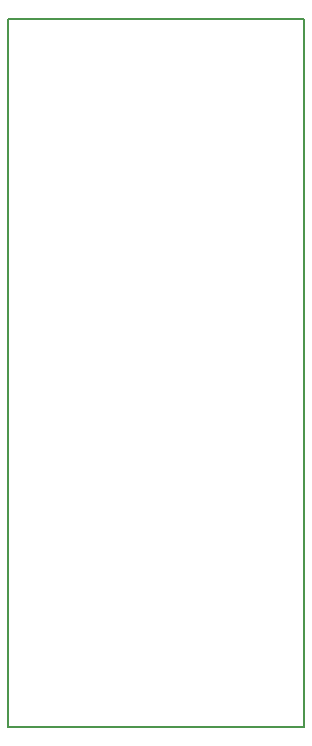
<source format=gm1>
G04 #@! TF.FileFunction,Profile,NP*
%FSLAX46Y46*%
G04 Gerber Fmt 4.6, Leading zero omitted, Abs format (unit mm)*
G04 Created by KiCad (PCBNEW 4.0.2-stable) date Mon 25 Apr 2016 04:38:02 PM AKDT*
%MOMM*%
G01*
G04 APERTURE LIST*
%ADD10C,0.100000*%
%ADD11C,0.150000*%
G04 APERTURE END LIST*
D10*
D11*
X172500000Y-127500000D02*
X147500000Y-127500000D01*
X172500000Y-67500000D02*
X172500000Y-127500000D01*
X147500000Y-67500000D02*
X172500000Y-67500000D01*
X147500000Y-127500000D02*
X147500000Y-67500000D01*
M02*

</source>
